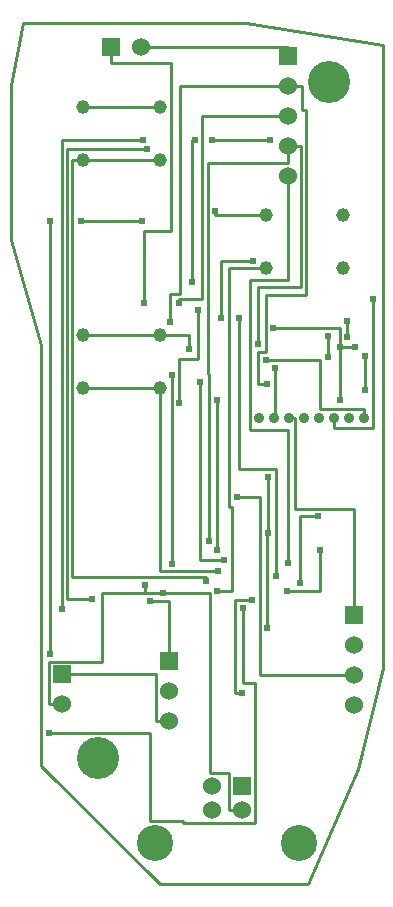
<source format=gbr>
G04 start of page 2 for group 0 idx 0
G04 Title: (unknown), solder *
G04 Creator: pcb 20080202 *
G04 CreationDate: Fri Jun  6 05:00:44 2008 UTC *
G04 For: sean *
G04 Format: Gerber/RS-274X *
G04 PCB-Dimensions: 130000 290000 *
G04 PCB-Coordinate-Origin: lower left *
%MOIN*%
%FSLAX24Y24*%
%LNBACK*%
%ADD11C,0.0100*%
%ADD12C,0.0600*%
%ADD13C,0.0200*%
%ADD14C,0.0360*%
%ADD15C,0.0460*%
%ADD16C,0.1200*%
%ADD17C,0.1400*%
%ADD18C,0.0240*%
%ADD19C,0.0380*%
%ADD20C,0.0300*%
%ADD21C,0.0280*%
%ADD22C,0.0900*%
%ADD23C,0.0180*%
G54D11*X700Y28840D02*X300Y26760D01*
Y21580D01*
X2710Y24254D02*X2480D01*
X2710D01*
X2351D02*X2480D01*
X2643Y22211D02*Y22211D01*
X4730Y21883D02*X5629D01*
X2643Y22211D02*X4658D01*
X1991Y24934D02*X4719D01*
X5629Y21883D02*Y27480D01*
X2171Y24614D02*X4839D01*
Y24614D01*
X2710Y26025D02*X5269D01*
Y24254D02*X2710D01*
X9570Y15650D02*X9760D01*
X9120Y17329D02*Y15650D01*
X9070D01*
X8550Y16800D02*X8839D01*
X8260Y20267D02*Y15260D01*
X8550Y17853D02*Y16800D01*
Y17853D02*X8800D01*
Y18400D02*Y17853D01*
Y18400D02*X8790D01*
Y19774D02*Y18400D01*
X9530Y20267D02*X8260D01*
X9530D02*Y23740D01*
X11070Y15339D02*X12380D01*
Y19620D02*Y15339D01*
X12111Y17734D02*Y16589D01*
X10619Y15960D02*X12070D01*
Y15650D01*
X10869Y18400D02*Y17708D01*
X10869Y18400D02*X10869D01*
X11268Y18028D02*X11769D01*
X11518Y18900D02*Y18374D01*
X10869Y18400D02*X10869D01*
X11268Y18650D02*X9040D01*
X11268D02*Y18028D01*
X8800Y17579D02*X10619D01*
Y15960D01*
X11268Y18028D02*Y16250D01*
X5915Y17640D02*Y16165D01*
Y17640D02*X6540D01*
Y19260D02*Y17640D01*
X6230Y18423D02*Y17970D01*
X12690Y28100D02*X8150Y28840D01*
X700D01*
X3650Y27480D02*X5629D01*
X3650D02*Y28010D01*
X9530Y26740D02*X5949D01*
Y19807D01*
X7575Y20652D02*X8810D01*
X6345Y24926D02*Y20189D01*
X7290Y20902D02*X8365D01*
X10140Y19774D02*Y25940D01*
X10010D02*X10140D01*
X10010Y26740D02*Y25940D01*
X7110Y22423D02*X8810D01*
X8954Y24926D02*Y24926D01*
X10010Y26740D02*X9530D01*
X6680Y25740D02*X9530D01*
X6345Y24926D02*X6430D01*
X7001Y24926D02*X8954D01*
X8790Y19774D02*X10140D01*
X8550Y20034D02*X9960D01*
X9530Y24740D02*Y24170D01*
Y28010D02*Y27740D01*
X4650Y28010D02*X9530D01*
X6860Y17120D02*Y24170D01*
Y17120D02*X6904D01*
X8550Y20034D02*Y18128D01*
X6680Y19627D02*Y25740D01*
X7290Y20902D02*Y18990D01*
X9530Y24170D02*X6860D01*
X7110Y22423D02*Y22573D01*
X9960Y20034D02*Y24740D01*
X9530D01*
X5619Y19807D02*X5949D01*
X5619D02*Y18853D01*
X2711Y18423D02*X5270D01*
X6230D02*X5270D01*
X5919Y19627D02*Y19490D01*
X5270Y16652D02*X2711D01*
X5919Y19627D02*X6680D01*
X10220Y130D02*X5270D01*
X6930Y3820D02*X7580D01*
Y2590D01*
X6029Y2220D02*Y2159D01*
X8440D01*
X7580Y2590D02*X8010D01*
X4950Y5170D02*Y2220D01*
X5270Y130D02*X1310Y4070D01*
X4950Y2220D02*X6029D01*
X8440Y6820D02*Y2159D01*
Y6820D02*X8028D01*
X10220Y130D02*X11880Y3970D01*
X12690Y7310D01*
X1310Y4070D02*Y18080D01*
X300Y21580D02*X1310Y18080D01*
X1615Y22211D02*Y7790D01*
X4730Y21883D02*Y19490D01*
X2171Y9637D02*X3020D01*
X2171D02*Y24614D01*
X2351Y10368D02*Y24254D01*
X1991Y9285D02*Y24934D01*
X1560Y6110D02*X1990D01*
X1560Y7540D02*Y6110D01*
X3350Y7540D02*X1560D01*
X9760Y15650D02*Y12635D01*
X11070Y15650D02*Y15339D01*
X9549Y10837D02*Y15260D01*
X7825Y13015D02*X8600D01*
X9549Y15260D02*X8260D01*
X7920Y13946D02*X9150D01*
X8348Y9595D02*X7778D01*
X9150Y13946D02*Y10400D01*
X6610Y16870D02*Y10929D01*
X6904Y17120D02*Y11570D01*
X7158Y16255D02*Y11250D01*
X5665Y17082D02*Y10804D01*
X5665D01*
X6930Y9815D02*X5365D01*
X7205Y10554D02*X5270D01*
X6795Y10368D02*Y10224D01*
X5270Y10554D02*Y16652D01*
X6610Y10929D02*X7418D01*
X7778Y9595D02*Y6480D01*
X7995D01*
X7669Y9901D02*X7180D01*
X8028Y9312D02*Y6820D01*
X6930Y9815D02*Y3820D01*
X7669Y9901D02*Y12685D01*
X7575D01*
Y20652D02*Y12685D01*
X7920Y18989D02*Y13946D01*
X8600Y13015D02*Y7080D01*
X11730D01*
X10620Y9900D02*X9502D01*
X8850Y11830D02*X8863D01*
X8850D02*Y8650D01*
X8863Y13696D02*Y11830D01*
X9760Y12635D02*X11730D01*
Y9080D01*
X10620Y11253D02*Y9900D01*
X10526Y12385D02*X9949D01*
Y10150D02*Y12385D01*
X12690Y7310D02*Y28100D01*
X1990Y7110D02*X5130D01*
Y5550D01*
X5560D01*
X5365Y9815D02*X4780D01*
X4945Y9565D02*X5560D01*
Y7550D01*
X3350Y9815D02*Y7540D01*
X4780Y9815D02*X3350D01*
X4780Y10107D02*Y9815D01*
X6795Y10368D02*X2351D01*
X1560Y5170D02*X4950D01*
G54D12*X11730Y8080D03*
Y6080D03*
G54D13*G36*
X11430Y9380D02*Y8780D01*
X12030D01*
Y9380D01*
X11430D01*
G37*
G54D14*X8570Y15650D03*
X9070D03*
X9570D03*
X10070D03*
X10570D03*
X11070D03*
X11570D03*
X12070D03*
G54D15*X2711Y18423D03*
X5270D03*
Y16652D03*
X2711D03*
X2710Y26025D03*
Y24254D03*
G54D12*X11730Y7080D03*
G54D13*G36*
X1690Y7410D02*Y6810D01*
X2290D01*
Y7410D01*
X1690D01*
G37*
G36*
X5260Y7850D02*Y7250D01*
X5860D01*
Y7850D01*
X5260D01*
G37*
G54D12*X1990Y6110D03*
X5560Y6550D03*
Y5550D03*
G54D13*G36*
X7710Y3690D02*Y3090D01*
X8310D01*
Y3690D01*
X7710D01*
G37*
G54D12*X7010Y3390D03*
Y2590D03*
X8010D03*
G54D16*X9910Y1490D03*
X5110D03*
G54D13*G36*
X3350Y28310D02*Y27710D01*
X3950D01*
Y28310D01*
X3350D01*
G37*
G54D12*X4650Y28010D03*
G54D13*G36*
X9230Y28040D02*Y27440D01*
X9830D01*
Y28040D01*
X9230D01*
G37*
G54D12*X9530Y26740D03*
Y25740D03*
G54D15*X5269Y26025D03*
Y24254D03*
G54D12*X9530Y24740D03*
Y23740D03*
G54D15*X8810Y22423D03*
X11369D03*
Y20652D03*
X8810D03*
G54D17*X3190Y4340D03*
G54D18*X1991Y9285D03*
X1615Y7790D03*
X1560Y5170D03*
G54D17*X10890Y26850D03*
G54D18*X10620Y11253D03*
X10526Y12385D03*
X6610Y16870D03*
X5619Y18853D03*
X5665Y17082D03*
X6230Y17970D03*
X4839Y24614D03*
X4719Y24934D03*
X6430Y24926D03*
X7001Y24926D03*
X8954Y24926D03*
X5919Y19490D03*
X6345Y20189D03*
X8365Y20902D03*
X7290Y18990D03*
X7920Y18989D03*
X4658Y22211D03*
X7110Y22573D03*
X2643Y22211D03*
X1615Y22211D03*
X12380Y19620D03*
X4730Y19490D03*
X6540Y19260D03*
X11268Y16250D03*
X5915Y16165D03*
X7158Y16255D03*
X12111Y16589D03*
Y17734D03*
X11769Y18028D03*
X10869Y17708D03*
Y18400D03*
X11268Y18028D03*
X11518Y18374D03*
Y18900D03*
X9040Y18650D03*
X8800Y17579D03*
X9120Y17329D03*
X8839Y16800D03*
X8550Y18128D03*
X7825Y13015D03*
X9502Y9900D03*
X9549Y10837D03*
X9949Y10150D03*
X8863Y11830D03*
X6904Y11570D03*
X7158Y11250D03*
X8863Y13696D03*
X9150Y10400D03*
X8850Y8650D03*
X8348Y9595D03*
X7995Y6480D03*
X8028Y9312D03*
X7418Y10929D03*
X7205Y10554D03*
X7180Y9901D03*
X6795Y10224D03*
X4945Y9565D03*
X5665Y10804D03*
X3020Y9637D03*
X4780Y10107D03*
X5365Y9815D03*
G54D19*G54D13*G54D20*G54D19*G54D21*G54D22*G54D19*G54D20*G54D19*G54D20*G54D16*G54D23*G54D16*G54D23*M02*

</source>
